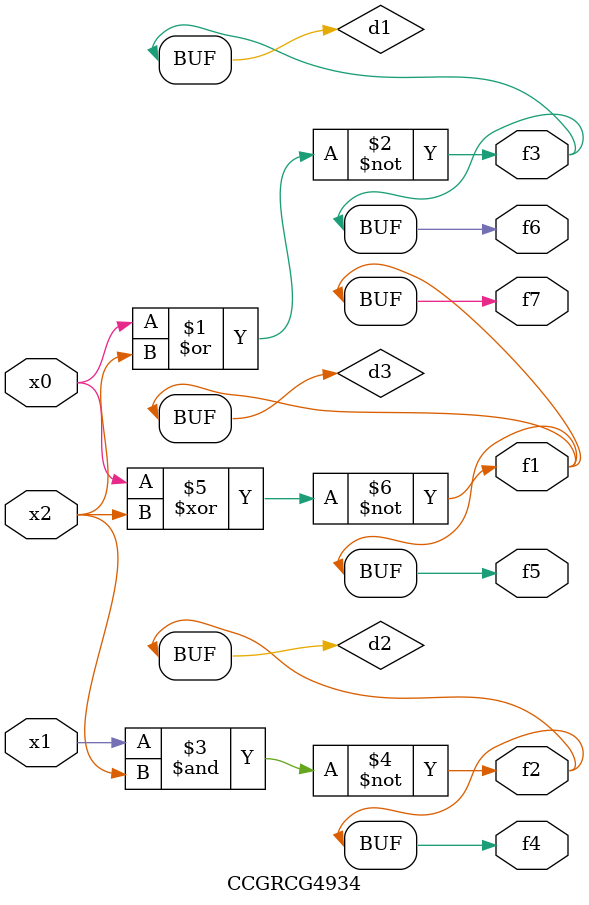
<source format=v>
module CCGRCG4934(
	input x0, x1, x2,
	output f1, f2, f3, f4, f5, f6, f7
);

	wire d1, d2, d3;

	nor (d1, x0, x2);
	nand (d2, x1, x2);
	xnor (d3, x0, x2);
	assign f1 = d3;
	assign f2 = d2;
	assign f3 = d1;
	assign f4 = d2;
	assign f5 = d3;
	assign f6 = d1;
	assign f7 = d3;
endmodule

</source>
